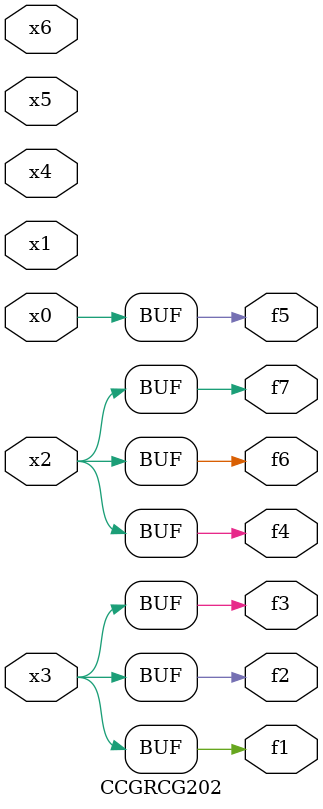
<source format=v>
module CCGRCG202(
	input x0, x1, x2, x3, x4, x5, x6,
	output f1, f2, f3, f4, f5, f6, f7
);
	assign f1 = x3;
	assign f2 = x3;
	assign f3 = x3;
	assign f4 = x2;
	assign f5 = x0;
	assign f6 = x2;
	assign f7 = x2;
endmodule

</source>
